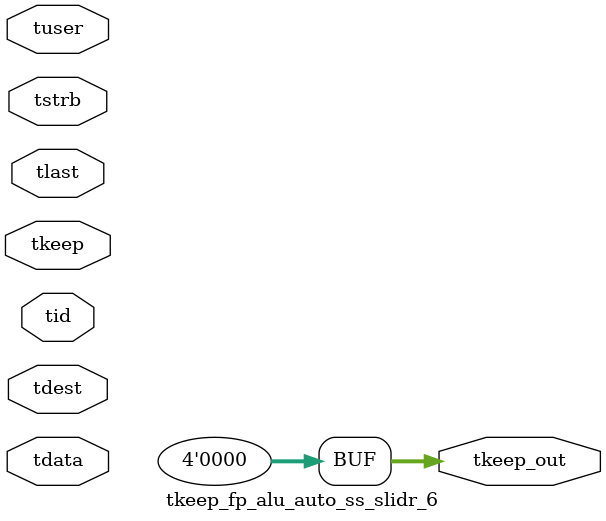
<source format=v>


`timescale 1ps/1ps

module tkeep_fp_alu_auto_ss_slidr_6 #
(
parameter C_S_AXIS_TDATA_WIDTH = 32,
parameter C_S_AXIS_TUSER_WIDTH = 0,
parameter C_S_AXIS_TID_WIDTH   = 0,
parameter C_S_AXIS_TDEST_WIDTH = 0,
parameter C_M_AXIS_TDATA_WIDTH = 32
)
(
input  [(C_S_AXIS_TDATA_WIDTH == 0 ? 1 : C_S_AXIS_TDATA_WIDTH)-1:0     ] tdata,
input  [(C_S_AXIS_TUSER_WIDTH == 0 ? 1 : C_S_AXIS_TUSER_WIDTH)-1:0     ] tuser,
input  [(C_S_AXIS_TID_WIDTH   == 0 ? 1 : C_S_AXIS_TID_WIDTH)-1:0       ] tid,
input  [(C_S_AXIS_TDEST_WIDTH == 0 ? 1 : C_S_AXIS_TDEST_WIDTH)-1:0     ] tdest,
input  [(C_S_AXIS_TDATA_WIDTH/8)-1:0 ] tkeep,
input  [(C_S_AXIS_TDATA_WIDTH/8)-1:0 ] tstrb,
input                                                                    tlast,
output [(C_M_AXIS_TDATA_WIDTH/8)-1:0 ] tkeep_out
);

assign tkeep_out = {1'b0};

endmodule


</source>
